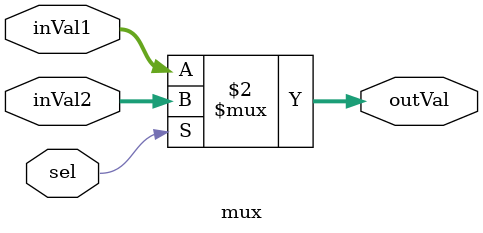
<source format=sv>
module mux #(parameter N = 3) (inVal1, inVal2, sel, outVal);
    input logic [((2**N)-1):0] inVal1, inVal2;  // two 8-bit input values (right shift and left shift values)
    input logic sel;                            // single bit operation select (switch)
    output logic [((2**N)-1):0] outVal;         // 8-bit output from desired operation
    
    always_comb
        begin
            outVal = (sel) ? inVal2 : inVal1;   // left shift if high, right shift if low
        end
    
endmodule

</source>
